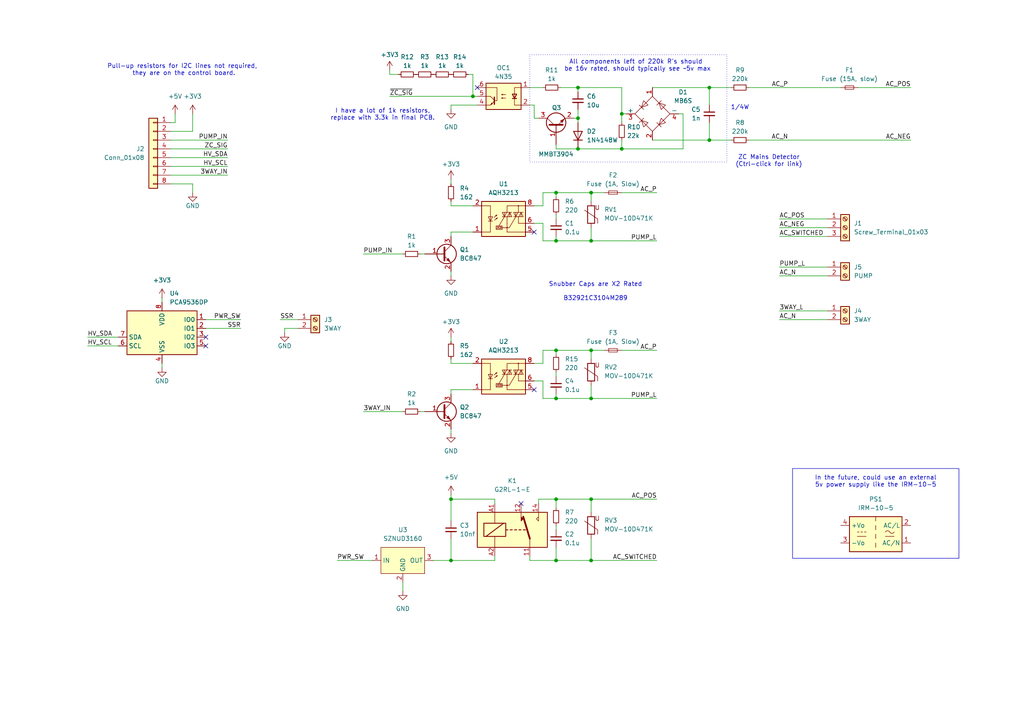
<source format=kicad_sch>
(kicad_sch (version 20231120) (generator "eeschema") (generator_version "8.0")
  (paper "A4")
  (lib_symbols
    (symbol "+3V3_1" (power) (pin_numbers hide) (pin_names (offset 0) hide)
      (property "Value" "+3V3" (at 0 3.556 0))
      (symbol "+3V3_1_0_1"
        (polyline (pts (xy -0.762 1.27) (xy 0 2.54)))
        (polyline (pts (xy 0 0) (xy 0 2.54)))
        (polyline (pts (xy 0 2.54) (xy 0.762 1.27)))
      )
      (symbol "+3V3_1_1_1"
        (pin power_in line (at 0 0 90) (length 0) (name "~") (number "1"))
      )
    )
    (symbol "Connector:Screw_Terminal_01x02" (pin_names (offset 1.016) hide)
      (property "Reference" "J" (at 0 2.54 0))
      (property "Value" "Screw_Terminal_01x02" (at 0 -5.08 0))
      (symbol "Screw_Terminal_01x02_1_1"
        (rectangle (start -1.27 1.27) (end 1.27 -3.81) (stroke (width 0.254)) (fill (type background)))
        (circle (center 0 -2.54) (radius 0.635) (stroke (width 0.1524)))
        (polyline (pts (xy -0.5334 -2.2098) (xy 0.3302 -3.048)) (stroke (width 0.1524)))
        (polyline (pts (xy -0.5334 0.3302) (xy 0.3302 -0.508)) (stroke (width 0.1524)))
        (polyline (pts (xy -0.3556 -2.032) (xy 0.508 -2.8702)) (stroke (width 0.1524)))
        (polyline (pts (xy -0.3556 0.508) (xy 0.508 -0.3302)) (stroke (width 0.1524)))
        (circle (center 0 0) (radius 0.635) (stroke (width 0.1524)))
        (pin passive line (at -5.08 0 0) (length 3.81) (name "Pin_1") (number "1"))
        (pin passive line (at -5.08 -2.54 0) (length 3.81) (name "Pin_2") (number "2"))
      )
    )
    (symbol "Connector:Screw_Terminal_01x03" (pin_names (offset 1.016) hide)
      (property "Reference" "J" (at 0 5.08 0))
      (property "Value" "Screw_Terminal_01x03" (at 0 -5.08 0))
      (symbol "Screw_Terminal_01x03_1_1"
        (rectangle (start -1.27 3.81) (end 1.27 -3.81) (stroke (width 0.254)) (fill (type background)))
        (circle (center 0 -2.54) (radius 0.635) (stroke (width 0.1524)))
        (polyline (pts (xy -0.5334 -2.2098) (xy 0.3302 -3.048)) (stroke (width 0.1524)))
        (polyline (pts (xy -0.5334 0.3302) (xy 0.3302 -0.508)) (stroke (width 0.1524)))
        (polyline (pts (xy -0.5334 2.8702) (xy 0.3302 2.032)) (stroke (width 0.1524)))
        (polyline (pts (xy -0.3556 -2.032) (xy 0.508 -2.8702)) (stroke (width 0.1524)))
        (polyline (pts (xy -0.3556 0.508) (xy 0.508 -0.3302)) (stroke (width 0.1524)))
        (polyline (pts (xy -0.3556 3.048) (xy 0.508 2.2098)) (stroke (width 0.1524)))
        (circle (center 0 0) (radius 0.635) (stroke (width 0.1524)))
        (circle (center 0 2.54) (radius 0.635) (stroke (width 0.1524)))
        (pin passive line (at -5.08 2.54 0) (length 3.81) (name "Pin_1") (number "1"))
        (pin passive line (at -5.08 0 0) (length 3.81) (name "Pin_2") (number "2"))
        (pin passive line (at -5.08 -2.54 0) (length 3.81) (name "Pin_3") (number "3"))
      )
    )
    (symbol "Connector_Generic:Conn_01x08" (pin_names (offset 1.016) hide)
      (property "Reference" "J" (at 0 10.16 0))
      (property "Value" "Conn_01x08" (at 0 -12.7 0))
      (symbol "Conn_01x08_1_1"
        (rectangle (start -1.27 -10.033) (end 0 -10.287) (stroke (width 0.1524)))
        (rectangle (start -1.27 -7.493) (end 0 -7.747) (stroke (width 0.1524)))
        (rectangle (start -1.27 -4.953) (end 0 -5.207) (stroke (width 0.1524)))
        (rectangle (start -1.27 -2.413) (end 0 -2.667) (stroke (width 0.1524)))
        (rectangle (start -1.27 0.127) (end 0 -0.127) (stroke (width 0.1524)))
        (rectangle (start -1.27 2.667) (end 0 2.413) (stroke (width 0.1524)))
        (rectangle (start -1.27 5.207) (end 0 4.953) (stroke (width 0.1524)))
        (rectangle (start -1.27 7.747) (end 0 7.493) (stroke (width 0.1524)))
        (rectangle (start -1.27 8.89) (end 1.27 -11.43) (stroke (width 0.254)) (fill (type background)))
        (pin passive line (at -5.08 7.62 0) (length 3.81) (name "Pin_1") (number "1"))
        (pin passive line (at -5.08 5.08 0) (length 3.81) (name "Pin_2") (number "2"))
        (pin passive line (at -5.08 2.54 0) (length 3.81) (name "Pin_3") (number "3"))
        (pin passive line (at -5.08 0 0) (length 3.81) (name "Pin_4") (number "4"))
        (pin passive line (at -5.08 -2.54 0) (length 3.81) (name "Pin_5") (number "5"))
        (pin passive line (at -5.08 -5.08 0) (length 3.81) (name "Pin_6") (number "6"))
        (pin passive line (at -5.08 -7.62 0) (length 3.81) (name "Pin_7") (number "7"))
        (pin passive line (at -5.08 -10.16 0) (length 3.81) (name "Pin_8") (number "8"))
      )
    )
    (symbol "Converter_ACDC:IRM-10-5"
      (property "Reference" "PS" (at 0 6.35 0))
      (property "Value" "IRM-10-5" (at 0 -6.35 0))
      (symbol "IRM-10-5_0_1"
        (rectangle (start -7.62 5.08) (end 7.62 -5.08) (stroke (width 0.254)) (fill (type background)))
        (arc (start -5.334 0.635) (mid -4.699 0.2495) (end -4.064 0.635))
        (arc (start -2.794 0.635) (mid -3.429 1.0072) (end -4.064 0.635))
        (polyline (pts (xy -5.334 -0.635) (xy -2.794 -0.635)))
        (polyline (pts (xy 0 -2.54) (xy 0 -3.81)))
        (polyline (pts (xy 0 0) (xy 0 -1.27)))
        (polyline (pts (xy 0 2.54) (xy 0 1.27)))
        (polyline (pts (xy 0 5.08) (xy 0 3.81)))
        (polyline (pts (xy 2.794 -0.635) (xy 5.334 -0.635)))
        (polyline (pts (xy 2.794 0.635) (xy 3.302 0.635)))
        (polyline (pts (xy 3.81 0.635) (xy 4.318 0.635)))
        (polyline (pts (xy 4.826 0.635) (xy 5.334 0.635)))
      )
      (symbol "IRM-10-5_1_1"
        (pin power_in line (at -10.16 -2.54 0) (length 2.54) (name "AC/N") (number "1"))
        (pin power_in line (at -10.16 2.54 0) (length 2.54) (name "AC/L") (number "2"))
        (pin power_out line (at 10.16 -2.54 180) (length 2.54) (name "-Vo") (number "3"))
        (pin power_out line (at 10.16 2.54 180) (length 2.54) (name "+Vo") (number "4"))
      )
    )
    (symbol "Device:C_Small" (pin_numbers hide) (pin_names (offset 0.254) hide)
      (property "Reference" "C" (at 0.254 1.778 0))
      (property "Value" "C_Small" (at 0.254 -2.032 0))
      (symbol "C_Small_0_1"
        (polyline (pts (xy -1.524 -0.508) (xy 1.524 -0.508)) (stroke (width 0.3302)))
        (polyline (pts (xy -1.524 0.508) (xy 1.524 0.508)) (stroke (width 0.3048)))
      )
      (symbol "C_Small_1_1"
        (pin passive line (at 0 2.54 270) (length 2.032) (name "~") (number "1"))
        (pin passive line (at 0 -2.54 90) (length 2.032) (name "~") (number "2"))
      )
    )
    (symbol "Device:Fuse_Small" (pin_numbers hide) (pin_names (offset 0.254) hide)
      (property "Reference" "F" (at 0 -1.524 0))
      (property "Value" "Fuse_Small" (at 0 1.524 0))
      (symbol "Fuse_Small_0_1"
        (rectangle (start -1.27 0.508) (end 1.27 -0.508))
        (polyline (pts (xy -1.27 0) (xy 1.27 0)))
      )
      (symbol "Fuse_Small_1_1"
        (pin passive line (at -2.54 0 0) (length 1.27) (name "~") (number "1"))
        (pin passive line (at 2.54 0 180) (length 1.27) (name "~") (number "2"))
      )
    )
    (symbol "Device:R_Small" (pin_numbers hide) (pin_names (offset 0.254) hide)
      (property "Reference" "R" (at 0.762 0.508 0))
      (property "Value" "R_Small" (at 0.762 -1.016 0))
      (symbol "R_Small_0_1"
        (rectangle (start -0.762 1.778) (end 0.762 -1.778) (stroke (width 0.2032)))
      )
      (symbol "R_Small_1_1"
        (pin passive line (at 0 2.54 270) (length 0.762) (name "~") (number "1"))
        (pin passive line (at 0 -2.54 90) (length 0.762) (name "~") (number "2"))
      )
    )
    (symbol "Device:Varistor" (pin_numbers hide) (pin_names (offset 0))
      (property "Reference" "RV" (at 3.175 0 90))
      (property "Value" "Varistor" (at -3.175 0 90))
      (symbol "Varistor_0_0"
        (text "U" (at -1.778 -2.032 0) (effects (font (size 1.27 1.27))))
      )
      (symbol "Varistor_0_1"
        (rectangle (start -1.016 -2.54) (end 1.016 2.54) (stroke (width 0.254)))
        (polyline (pts (xy -1.905 2.54) (xy -1.905 1.27) (xy 1.905 -1.27)))
      )
      (symbol "Varistor_1_1"
        (pin passive line (at 0 3.81 270) (length 1.27) (name "~") (number "1"))
        (pin passive line (at 0 -3.81 90) (length 1.27) (name "~") (number "2"))
      )
    )
    (symbol "Diode:1N4148W" (pin_numbers hide) (pin_names hide)
      (property "Reference" "D" (at 0 2.54 0))
      (property "Value" "1N4148W" (at 0 -2.54 0))
      (symbol "1N4148W_0_1"
        (polyline (pts (xy -1.27 1.27) (xy -1.27 -1.27)) (stroke (width 0.254)))
        (polyline (pts (xy 1.27 0) (xy -1.27 0)))
        (polyline (pts (xy 1.27 1.27) (xy 1.27 -1.27) (xy -1.27 0) (xy 1.27 1.27)) (stroke (width 0.254)))
      )
      (symbol "1N4148W_1_1"
        (pin passive line (at -3.81 0 0) (length 2.54) (name "K") (number "1"))
        (pin passive line (at 3.81 0 180) (length 2.54) (name "A") (number "2"))
      )
    )
    (symbol "Diode_Bridge:MB6S" (pin_names (offset 0))
      (property "Reference" "D" (at 2.54 6.985 0))
      (property "Value" "MB6S" (at 2.54 5.08 0))
      (symbol "MB6S_0_1"
        (polyline (pts (xy -2.54 3.81) (xy -1.27 2.54)))
        (polyline (pts (xy -1.27 -2.54) (xy -2.54 -3.81)))
        (polyline (pts (xy 2.54 -1.27) (xy 3.81 -2.54)))
        (polyline (pts (xy 2.54 1.27) (xy 3.81 2.54)))
        (polyline (pts (xy -3.81 2.54) (xy -2.54 1.27) (xy -1.905 3.175) (xy -3.81 2.54)))
        (polyline (pts (xy -2.54 -1.27) (xy -3.81 -2.54) (xy -1.905 -3.175) (xy -2.54 -1.27)))
        (polyline (pts (xy 1.27 2.54) (xy 2.54 3.81) (xy 3.175 1.905) (xy 1.27 2.54)))
        (polyline (pts (xy 3.175 -1.905) (xy 1.27 -2.54) (xy 2.54 -3.81) (xy 3.175 -1.905)))
        (polyline (pts (xy -5.08 0) (xy 0 -5.08) (xy 5.08 0) (xy 0 5.08) (xy -5.08 0)))
      )
      (symbol "MB6S_1_1"
        (pin passive line (at 0 -7.62 90) (length 2.54) (name "~") (number "1"))
        (pin passive line (at 0 7.62 270) (length 2.54) (name "~") (number "2"))
        (pin passive line (at 7.62 0 180) (length 2.54) (name "+") (number "3"))
        (pin passive line (at -7.62 0 0) (length 2.54) (name "-") (number "4"))
      )
    )
    (symbol "Interface_Expansion:PCA9536DP"
      (property "Reference" "U" (at -8.89 6.35 0))
      (property "Value" "PCA9536DP" (at 6.35 6.35 0))
      (symbol "PCA9536DP_0_1"
        (rectangle (start -10.16 5.08) (end 10.16 -7.62) (stroke (width 0.254)) (fill (type background)))
      )
      (symbol "PCA9536DP_1_1"
        (pin bidirectional line (at 12.7 2.54 180) (length 2.54) (name "IO0") (number "1"))
        (pin bidirectional line (at 12.7 0 180) (length 2.54) (name "IO1") (number "2"))
        (pin bidirectional line (at 12.7 -2.54 180) (length 2.54) (name "IO2") (number "3"))
        (pin power_in line (at 0 -10.16 90) (length 2.54) (name "VSS") (number "4"))
        (pin bidirectional line (at 12.7 -5.08 180) (length 2.54) (name "IO3") (number "5"))
        (pin input line (at -12.7 -5.08 0) (length 2.54) (name "SCL") (number "6"))
        (pin bidirectional line (at -12.7 -2.54 0) (length 2.54) (name "SDA") (number "7"))
        (pin power_in line (at 0 7.62 270) (length 2.54) (name "VDD") (number "8"))
      )
    )
    (symbol "Isolator:4N35" (pin_names (offset 1.016))
      (property "Reference" "U" (at -5.08 5.08 0))
      (property "Value" "4N35" (at 0 5.08 0))
      (symbol "4N35_0_1"
        (rectangle (start -5.08 3.81) (end 5.08 -3.81) (stroke (width 0.254)) (fill (type background)))
        (polyline (pts (xy -3.81 -0.635) (xy -2.54 -0.635)) (stroke (width 0.254)))
        (polyline (pts (xy 2.667 -1.397) (xy 3.81 -2.54)))
        (polyline (pts (xy 2.667 -1.143) (xy 3.81 0)))
        (polyline (pts (xy 3.81 -2.54) (xy 5.08 -2.54)))
        (polyline (pts (xy 3.81 0) (xy 5.08 0)))
        (polyline (pts (xy 2.667 -0.254) (xy 2.667 -2.286) (xy 2.667 -2.286)) (stroke (width 0.3556)))
        (polyline (pts (xy -5.08 -2.54) (xy -3.175 -2.54) (xy -3.175 2.54) (xy -5.08 2.54)))
        (polyline (pts (xy -3.175 -0.635) (xy -3.81 0.635) (xy -2.54 0.635) (xy -3.175 -0.635)) (stroke (width 0.254)))
        (polyline (pts (xy 3.683 -2.413) (xy 3.429 -1.905) (xy 3.175 -2.159) (xy 3.683 -2.413)))
        (polyline (pts (xy 5.08 2.54) (xy 1.905 2.54) (xy 1.905 -1.27) (xy 2.54 -1.27)))
        (polyline (pts (xy -0.635 -0.508) (xy 0.635 -0.508) (xy 0.254 -0.635) (xy 0.254 -0.381) (xy 0.635 -0.508)))
        (polyline (pts (xy -0.635 0.508) (xy 0.635 0.508) (xy 0.254 0.381) (xy 0.254 0.635) (xy 0.635 0.508)))
      )
      (symbol "4N35_1_1"
        (pin passive line (at -7.62 2.54 0) (length 2.54) (name "~") (number "1"))
        (pin passive line (at -7.62 -2.54 0) (length 2.54) (name "~") (number "2"))
        (pin no_connect line (at -5.08 0 0) (length 2.54) hide (name "NC") (number "3"))
        (pin passive line (at 7.62 -2.54 180) (length 2.54) (name "~") (number "4"))
        (pin passive line (at 7.62 0 180) (length 2.54) (name "~") (number "5"))
        (pin passive line (at 7.62 2.54 180) (length 2.54) (name "~") (number "6"))
      )
    )
    (symbol "Project_Library:SZNUD3160"
      (property "Reference" "U" (at -5.842 6.096 0))
      (property "Value" "SZNUD3160" (at 6.096 6.096 0))
      (symbol "SZNUD3160_1_1"
        (rectangle (start -6.35 5.08) (end 6.35 -2.54) (fill (type background)))
        (pin input line (at -8.89 1.27 0) (length 2.54) (name "IN") (number "1"))
        (pin power_in line (at 0 -5.08 90) (length 2.54) (name "GND") (number "2"))
        (pin output line (at 8.89 1.27 180) (length 2.54) (name "OUT") (number "3"))
      )
    )
    (symbol "Relay:G2RL-1-E"
      (property "Reference" "K" (at 11.43 3.81 0))
      (property "Value" "G2RL-1-E" (at 11.43 1.27 0))
      (symbol "G2RL-1-E_0_0"
        (polyline (pts (xy 7.62 5.08) (xy 7.62 2.54) (xy 6.985 3.175) (xy 7.62 3.81)))
      )
      (symbol "G2RL-1-E_0_1"
        (rectangle (start -10.16 5.08) (end 10.16 -5.08) (stroke (width 0.254)) (fill (type background)))
        (rectangle (start -8.255 1.905) (end -1.905 -1.905) (stroke (width 0.254)))
        (polyline (pts (xy -7.62 -1.905) (xy -2.54 1.905)) (stroke (width 0.254)))
        (polyline (pts (xy -5.08 -5.08) (xy -5.08 -1.905)))
        (polyline (pts (xy -5.08 5.08) (xy -5.08 1.905)))
        (polyline (pts (xy -1.905 0) (xy -1.27 0)) (stroke (width 0.254)))
        (polyline (pts (xy -0.635 0) (xy 0 0)) (stroke (width 0.254)))
        (polyline (pts (xy 0.635 0) (xy 1.27 0)) (stroke (width 0.254)))
        (polyline (pts (xy 1.905 0) (xy 2.54 0)) (stroke (width 0.254)))
        (polyline (pts (xy 3.175 0) (xy 3.81 0)) (stroke (width 0.254)))
        (polyline (pts (xy 5.08 -2.54) (xy 3.175 3.81)) (stroke (width 0.508)))
        (polyline (pts (xy 5.08 -2.54) (xy 5.08 -5.08)))
        (polyline (pts (xy 2.54 5.08) (xy 2.54 2.54) (xy 3.175 3.175) (xy 2.54 3.81)) (fill (type outline)))
      )
      (symbol "G2RL-1-E_1_1"
        (pin passive line (at 5.08 -7.62 90) (length 2.54) (name "~") (number "11"))
        (pin passive line (at 2.54 7.62 270) (length 2.54) (name "~") (number "12"))
        (pin passive line (at 7.62 7.62 270) (length 2.54) (name "~") (number "14"))
        (pin passive line (at -5.08 7.62 270) (length 2.54) (name "~") (number "A1"))
        (pin passive line (at -5.08 -7.62 90) (length 2.54) (name "~") (number "A2"))
      )
    )
    (symbol "Relay_SolidState:AQH3213"
      (property "Reference" "U" (at -7.62 5.08 0))
      (property "Value" "AQH3213" (at -2.54 5.08 0))
      (symbol "AQH3213_0_0"
        (rectangle (start -3.429 -3.302) (end -1.651 -4.318))
        (text "ZCD" (at -2.54 -3.81 0) (effects (font (size 0.508 0.508))))
      )
      (symbol "AQH3213_0_1"
        (rectangle (start -7.62 3.81) (end 5.08 -6.35) (stroke (width 0.254)) (fill (type background)))
        (polyline (pts (xy -5.715 -1.905) (xy -4.445 -1.905)))
        (polyline (pts (xy -5.08 -5.08) (xy -7.62 -5.08)))
        (polyline (pts (xy -5.08 -1.905) (xy -5.08 -5.08)))
        (polyline (pts (xy -5.08 -0.635) (xy -5.08 -1.905)))
        (polyline (pts (xy -5.08 -0.635) (xy -5.08 2.54)))
        (polyline (pts (xy -5.08 2.54) (xy -7.493 2.54)))
        (polyline (pts (xy -3.2512 -1.1176) (xy -3.8862 -1.651)))
        (polyline (pts (xy -1.651 -3.81) (xy -0.254 -3.81)))
        (polyline (pts (xy -1.016 -0.635) (xy -2.6162 -3.302)))
        (polyline (pts (xy -1.016 -0.635) (xy -1.016 0.635)))
        (polyline (pts (xy -0.254 -3.81) (xy 0.381 -3.81)))
        (polyline (pts (xy -0.254 -2.54) (xy -0.254 -5.08)))
        (polyline (pts (xy -0.254 -2.54) (xy -0.254 -0.635)))
        (polyline (pts (xy 0.381 -3.81) (xy 2.286 -0.635)))
        (polyline (pts (xy 0.508 0.635) (xy 0.508 -0.635)))
        (polyline (pts (xy 3.048 -2.54) (xy 5.08 -2.54)))
        (polyline (pts (xy 3.048 -0.635) (xy 3.048 -2.54)))
        (polyline (pts (xy 3.048 2.54) (xy 3.048 0.635)))
        (polyline (pts (xy 5.08 -5.08) (xy -0.254 -5.08)))
        (polyline (pts (xy 5.08 2.54) (xy 3.048 2.54)))
        (polyline (pts (xy 3.048 2.54) (xy -0.254 2.54) (xy -0.254 0.635)))
        (polyline (pts (xy -5.08 -1.905) (xy -5.715 -0.635) (xy -4.445 -0.635) (xy -5.08 -1.905)))
        (polyline (pts (xy -3.429 -1.0922) (xy -3.2512 -1.27) (xy -3.0226 -0.9398) (xy -3.429 -1.0922)))
        (polyline (pts (xy -1.651 -0.635) (xy 1.143 -0.635) (xy 0.508 0.635) (xy -0.127 -0.635)))
        (polyline (pts (xy 1.143 0.635) (xy -1.651 0.635) (xy -1.016 -0.635) (xy -0.381 0.635)))
      )
      (symbol "AQH3213_1_1"
        (circle (center -0.254 -3.81) (radius 0.127))
        (polyline (pts (xy -3.3782 -0.2794) (xy -4.0132 -0.8128)))
        (polyline (pts (xy 2.286 -0.635) (xy 2.286 0.635)))
        (polyline (pts (xy 3.81 0.635) (xy 3.81 -0.635)))
        (polyline (pts (xy -3.556 -0.254) (xy -3.3782 -0.4318) (xy -3.1496 -0.1016) (xy -3.556 -0.254)))
        (polyline (pts (xy 1.651 -0.635) (xy 4.445 -0.635) (xy 3.81 0.635) (xy 3.175 -0.635)))
        (polyline (pts (xy 4.445 0.635) (xy 1.651 0.635) (xy 2.286 -0.635) (xy 2.921 0.635)))
        (circle (center 3.048 2.54) (radius 0.127))
        (pin passive line (at -10.16 -5.08 0) (length 2.54) (name "~") (number "1"))
        (pin passive line (at -10.16 2.54 0) (length 2.54) (name "~") (number "2"))
        (pin passive line (at -10.16 -5.08 0) (length 2.54) hide (name "~") (number "3"))
        (pin passive line (at -10.16 -5.08 0) (length 2.54) hide (name "~") (number "4"))
        (pin passive line (at 7.62 -5.08 180) (length 2.54) (name "~") (number "5"))
        (pin passive line (at 7.62 -2.54 180) (length 2.54) (name "~") (number "6"))
        (pin passive line (at 7.62 2.54 180) (length 2.54) (name "~") (number "8"))
      )
    )
    (symbol "Transistor_BJT:BC847" (pin_names (offset 0) hide)
      (property "Reference" "Q" (at 5.08 1.905 0))
      (property "Value" "BC847" (at 5.08 0 0))
      (symbol "BC847_0_1"
        (polyline (pts (xy 0.635 0.635) (xy 2.54 2.54)))
        (polyline (pts (xy 0.635 -0.635) (xy 2.54 -2.54) (xy 2.54 -2.54)))
        (polyline (pts (xy 0.635 1.905) (xy 0.635 -1.905) (xy 0.635 -1.905)) (stroke (width 0.508)))
        (polyline (pts (xy 1.27 -1.778) (xy 1.778 -1.27) (xy 2.286 -2.286) (xy 1.27 -1.778) (xy 1.27 -1.778)) (fill (type outline)))
        (circle (center 1.27 0) (radius 2.8194) (stroke (width 0.254)))
      )
      (symbol "BC847_1_1"
        (pin input line (at -5.08 0 0) (length 5.715) (name "B") (number "1"))
        (pin passive line (at 2.54 -5.08 90) (length 2.54) (name "E") (number "2"))
        (pin passive line (at 2.54 5.08 270) (length 2.54) (name "C") (number "3"))
      )
    )
    (symbol "Transistor_BJT:MMBT3904" (pin_names (offset 0) hide)
      (property "Reference" "Q" (at 5.08 1.905 0))
      (property "Value" "MMBT3904" (at 5.08 0 0))
      (symbol "MMBT3904_0_1"
        (polyline (pts (xy 0.635 0.635) (xy 2.54 2.54)))
        (polyline (pts (xy 0.635 -0.635) (xy 2.54 -2.54) (xy 2.54 -2.54)))
        (polyline (pts (xy 0.635 1.905) (xy 0.635 -1.905) (xy 0.635 -1.905)) (stroke (width 0.508)))
        (polyline (pts (xy 1.27 -1.778) (xy 1.778 -1.27) (xy 2.286 -2.286) (xy 1.27 -1.778) (xy 1.27 -1.778)) (fill (type outline)))
        (circle (center 1.27 0) (radius 2.8194) (stroke (width 0.254)))
      )
      (symbol "MMBT3904_1_1"
        (pin input line (at -5.08 0 0) (length 5.715) (name "B") (number "1"))
        (pin passive line (at 2.54 -5.08 90) (length 2.54) (name "E") (number "2"))
        (pin passive line (at 2.54 5.08 270) (length 2.54) (name "C") (number "3"))
      )
    )
    (symbol "power:+3V3" (power) (pin_names (offset 0))
      (property "Value" "+3V3" (at 0 3.556 0))
      (symbol "+3V3_0_1"
        (polyline (pts (xy -0.762 1.27) (xy 0 2.54)))
        (polyline (pts (xy 0 0) (xy 0 2.54)))
        (polyline (pts (xy 0 2.54) (xy 0.762 1.27)))
      )
      (symbol "+3V3_1_1"
        (pin power_in line (at 0 0 90) (length 0) hide (name "+3V3") (number "1"))
      )
    )
    (symbol "power:+5V" (power) (pin_numbers hide) (pin_names (offset 0) hide)
      (property "Value" "+5V" (at 0 3.556 0))
      (symbol "+5V_0_1"
        (polyline (pts (xy -0.762 1.27) (xy 0 2.54)))
        (polyline (pts (xy 0 0) (xy 0 2.54)))
        (polyline (pts (xy 0 2.54) (xy 0.762 1.27)))
      )
      (symbol "+5V_1_1"
        (pin power_in line (at 0 0 90) (length 0) (name "~") (number "1"))
      )
    )
    (symbol "power:GND" (power) (pin_names (offset 0))
      (property "Value" "GND" (at 0 -3.81 0))
      (symbol "GND_0_1"
        (polyline (pts (xy 0 0) (xy 0 -1.27) (xy 1.27 -1.27) (xy 0 -2.54) (xy -1.27 -1.27) (xy 0 -1.27)))
      )
      (symbol "GND_1_1"
        (pin power_in line (at 0 0 270) (length 0) hide (name "GND") (number "1"))
      )
    )
  )
  (junction (at 167.64 34.29))
  (junction (at 161.29 115.57))
  (junction (at 171.45 69.85))
  (junction (at 137.16 27.94))
  (junction (at 205.74 40.64))
  (junction (at 161.29 101.6))
  (junction (at 205.74 25.4))
  (junction (at 171.45 162.56))
  (junction (at 167.64 25.4))
  (junction (at 171.45 144.78))
  (junction (at 161.29 55.88))
  (junction (at 171.45 101.6))
  (junction (at 171.45 55.88))
  (junction (at 130.81 162.56))
  (junction (at 180.34 33.02))
  (junction (at 180.34 43.18))
  (junction (at 161.29 144.78))
  (junction (at 167.64 43.18))
  (junction (at 161.29 162.56))
  (junction (at 161.29 69.85))
  (junction (at 130.81 144.78))
  (junction (at 171.45 115.57))
  (no_connect (at 154.94 113.03))
  (no_connect (at 151.13 146.05))
  (no_connect (at 138.43 25.4))
  (no_connect (at 59.69 100.33))
  (no_connect (at 59.69 97.79))
  (no_connect (at 154.94 67.31))
  (wire (pts (xy 161.29 115.57) (xy 171.45 115.57)))
  (wire (pts (xy 25.4 97.79) (xy 34.29 97.79)))
  (wire (pts (xy 161.29 101.6) (xy 161.29 102.87)))
  (wire (pts (xy 113.03 21.59) (xy 115.57 21.59)))
  (wire (pts (xy 198.12 43.18) (xy 198.12 33.02)))
  (wire (pts (xy 171.45 55.88) (xy 171.45 58.42)))
  (wire (pts (xy 130.81 68.58) (xy 130.81 67.31)))
  (wire (pts (xy 82.55 95.25) (xy 82.55 96.52)))
  (wire (pts (xy 49.53 45.72) (xy 66.04 45.72)))
  (wire (pts (xy 130.81 156.21) (xy 130.81 162.56)))
  (wire (pts (xy 205.74 35.56) (xy 205.74 40.64)))
  (wire (pts (xy 59.69 95.25) (xy 69.85 95.25)))
  (wire (pts (xy 25.4 100.33) (xy 34.29 100.33)))
  (wire (pts (xy 180.34 40.64) (xy 180.34 43.18)))
  (wire (pts (xy 86.36 95.25) (xy 82.55 95.25)))
  (wire (pts (xy 171.45 162.56) (xy 190.5 162.56)))
  (wire (pts (xy 226.06 66.04) (xy 240.03 66.04)))
  (wire (pts (xy 105.41 119.38) (xy 116.84 119.38)))
  (wire (pts (xy 49.53 43.18) (xy 66.04 43.18)))
  (wire (pts (xy 171.45 156.21) (xy 171.45 162.56)))
  (wire (pts (xy 116.84 168.91) (xy 116.84 171.45)))
  (wire (pts (xy 130.81 144.78) (xy 143.51 144.78)))
  (wire (pts (xy 113.03 20.32) (xy 113.03 21.59)))
  (wire (pts (xy 123.19 73.66) (xy 121.92 73.66)))
  (wire (pts (xy 50.8 35.56) (xy 49.53 35.56)))
  (wire (pts (xy 130.81 80.01) (xy 130.81 78.74)))
  (wire (pts (xy 180.34 55.88) (xy 190.5 55.88)))
  (wire (pts (xy 123.19 119.38) (xy 121.92 119.38)))
  (wire (pts (xy 171.45 111.76) (xy 171.45 115.57)))
  (wire (pts (xy 161.29 152.4) (xy 161.29 153.67)))
  (wire (pts (xy 143.51 161.29) (xy 143.51 162.56)))
  (wire (pts (xy 161.29 69.85) (xy 161.29 68.58)))
  (wire (pts (xy 55.88 38.1) (xy 49.53 38.1)))
  (wire (pts (xy 125.73 162.56) (xy 130.81 162.56)))
  (wire (pts (xy 156.21 144.78) (xy 161.29 144.78)))
  (wire (pts (xy 49.53 50.8) (xy 66.04 50.8)))
  (wire (pts (xy 171.45 101.6) (xy 171.45 104.14)))
  (wire (pts (xy 161.29 107.95) (xy 161.29 109.22)))
  (wire (pts (xy 167.64 25.4) (xy 167.64 26.67)))
  (wire (pts (xy 226.06 92.71) (xy 240.03 92.71)))
  (wire (pts (xy 157.48 101.6) (xy 161.29 101.6)))
  (wire (pts (xy 180.34 25.4) (xy 167.64 25.4)))
  (wire (pts (xy 49.53 40.64) (xy 66.04 40.64)))
  (wire (pts (xy 226.06 80.01) (xy 240.03 80.01)))
  (wire (pts (xy 161.29 62.23) (xy 161.29 63.5)))
  (wire (pts (xy 217.17 40.64) (xy 264.16 40.64)))
  (wire (pts (xy 226.06 90.17) (xy 240.03 90.17)))
  (wire (pts (xy 161.29 43.18) (xy 167.64 43.18)))
  (wire (pts (xy 130.81 53.34) (xy 130.81 52.07)))
  (wire (pts (xy 171.45 55.88) (xy 175.26 55.88)))
  (wire (pts (xy 161.29 162.56) (xy 171.45 162.56)))
  (wire (pts (xy 180.34 101.6) (xy 190.5 101.6)))
  (wire (pts (xy 171.45 115.57) (xy 190.5 115.57)))
  (wire (pts (xy 55.88 33.02) (xy 55.88 38.1)))
  (wire (pts (xy 161.29 144.78) (xy 161.29 147.32)))
  (wire (pts (xy 189.23 40.64) (xy 205.74 40.64)))
  (wire (pts (xy 156.21 144.78) (xy 156.21 146.05)))
  (wire (pts (xy 46.99 105.41) (xy 46.99 106.68)))
  (wire (pts (xy 161.29 69.85) (xy 171.45 69.85)))
  (wire (pts (xy 59.69 92.71) (xy 69.85 92.71)))
  (wire (pts (xy 161.29 158.75) (xy 161.29 162.56)))
  (wire (pts (xy 143.51 144.78) (xy 143.51 146.05)))
  (wire (pts (xy 205.74 25.4) (xy 205.74 30.48)))
  (wire (pts (xy 55.88 53.34) (xy 49.53 53.34)))
  (wire (pts (xy 130.81 162.56) (xy 143.51 162.56)))
  (wire (pts (xy 130.81 144.78) (xy 130.81 151.13)))
  (wire (pts (xy 130.81 58.42) (xy 130.81 59.69)))
  (wire (pts (xy 130.81 67.31) (xy 137.16 67.31)))
  (wire (pts (xy 212.09 40.64) (xy 205.74 40.64)))
  (wire (pts (xy 157.48 101.6) (xy 157.48 105.41)))
  (wire (pts (xy 157.48 64.77) (xy 157.48 69.85)))
  (wire (pts (xy 171.45 144.78) (xy 171.45 148.59)))
  (wire (pts (xy 212.09 25.4) (xy 205.74 25.4)))
  (wire (pts (xy 157.48 25.4) (xy 153.67 25.4)))
  (wire (pts (xy 157.48 69.85) (xy 161.29 69.85)))
  (wire (pts (xy 137.16 21.59) (xy 135.89 21.59)))
  (wire (pts (xy 154.94 30.48) (xy 153.67 30.48)))
  (wire (pts (xy 264.16 25.4) (xy 248.92 25.4)))
  (wire (pts (xy 217.17 25.4) (xy 243.84 25.4)))
  (wire (pts (xy 161.29 101.6) (xy 171.45 101.6)))
  (wire (pts (xy 167.64 35.56) (xy 167.64 34.29)))
  (wire (pts (xy 161.29 55.88) (xy 161.29 57.15)))
  (wire (pts (xy 180.34 25.4) (xy 180.34 33.02)))
  (wire (pts (xy 171.45 101.6) (xy 175.26 101.6)))
  (wire (pts (xy 55.88 55.88) (xy 55.88 53.34)))
  (wire (pts (xy 130.81 143.51) (xy 130.81 144.78)))
  (wire (pts (xy 157.48 110.49) (xy 157.48 115.57)))
  (wire (pts (xy 46.99 86.36) (xy 46.99 87.63)))
  (wire (pts (xy 198.12 33.02) (xy 196.85 33.02)))
  (wire (pts (xy 226.06 68.58) (xy 240.03 68.58)))
  (wire (pts (xy 50.8 33.02) (xy 50.8 35.56)))
  (wire (pts (xy 157.48 115.57) (xy 161.29 115.57)))
  (wire (pts (xy 113.03 27.94) (xy 137.16 27.94)))
  (wire (pts (xy 138.43 30.48) (xy 130.81 30.48)))
  (wire (pts (xy 154.94 110.49) (xy 157.48 110.49)))
  (wire (pts (xy 161.29 115.57) (xy 161.29 114.3)))
  (wire (pts (xy 157.48 55.88) (xy 157.48 59.69)))
  (wire (pts (xy 130.81 59.69) (xy 137.16 59.69)))
  (wire (pts (xy 105.41 73.66) (xy 116.84 73.66)))
  (wire (pts (xy 137.16 21.59) (xy 137.16 27.94)))
  (wire (pts (xy 97.79 162.56) (xy 107.95 162.56)))
  (wire (pts (xy 167.64 43.18) (xy 180.34 43.18)))
  (wire (pts (xy 171.45 66.04) (xy 171.45 69.85)))
  (wire (pts (xy 167.64 31.75) (xy 167.64 34.29)))
  (wire (pts (xy 181.61 33.02) (xy 180.34 33.02)))
  (wire (pts (xy 130.81 114.3) (xy 130.81 113.03)))
  (wire (pts (xy 157.48 55.88) (xy 161.29 55.88)))
  (wire (pts (xy 130.81 113.03) (xy 137.16 113.03)))
  (wire (pts (xy 161.29 162.56) (xy 153.67 162.56)))
  (wire (pts (xy 81.28 92.71) (xy 86.36 92.71)))
  (wire (pts (xy 154.94 59.69) (xy 157.48 59.69)))
  (wire (pts (xy 161.29 55.88) (xy 171.45 55.88)))
  (wire (pts (xy 154.94 34.29) (xy 156.21 34.29)))
  (wire (pts (xy 130.81 99.06) (xy 130.81 97.79)))
  (wire (pts (xy 154.94 30.48) (xy 154.94 34.29)))
  (wire (pts (xy 189.23 25.4) (xy 205.74 25.4)))
  (wire (pts (xy 49.53 48.26) (xy 66.04 48.26)))
  (wire (pts (xy 226.06 77.47) (xy 240.03 77.47)))
  (wire (pts (xy 130.81 125.73) (xy 130.81 124.46)))
  (wire (pts (xy 180.34 35.56) (xy 180.34 33.02)))
  (wire (pts (xy 130.81 30.48) (xy 130.81 31.75)))
  (wire (pts (xy 167.64 34.29) (xy 166.37 34.29)))
  (wire (pts (xy 167.64 25.4) (xy 162.56 25.4)))
  (wire (pts (xy 130.81 105.41) (xy 137.16 105.41)))
  (wire (pts (xy 154.94 64.77) (xy 157.48 64.77)))
  (wire (pts (xy 226.06 63.5) (xy 240.03 63.5)))
  (wire (pts (xy 154.94 105.41) (xy 157.48 105.41)))
  (wire (pts (xy 198.12 43.18) (xy 180.34 43.18)))
  (wire (pts (xy 171.45 144.78) (xy 190.5 144.78)))
  (wire (pts (xy 153.67 162.56) (xy 153.67 161.29)))
  (wire (pts (xy 130.81 104.14) (xy 130.81 105.41)))
  (wire (pts (xy 161.29 41.91) (xy 161.29 43.18)))
  (wire (pts (xy 171.45 69.85) (xy 190.5 69.85)))
  (wire (pts (xy 137.16 27.94) (xy 138.43 27.94)))
  (wire (pts (xy 161.29 144.78) (xy 171.45 144.78)))
  (rectangle (start 153.67 15.875) (end 210.82 46.99) (stroke (width 0) (type dot)))
  (rectangle (start 229.87 135.89) (end 278.13 161.925))
  (text "Pull-up resistors for I2C lines not required, \nthey are on the control board." (at 53.34 20.32 0) (effects (font (size 1.27 1.27))))
  (text "I have a lot of 1k resistors,\nreplace with 3.3k in final PCB." (at 110.998 33.274 0) (effects (font (size 1.27 1.27))))
  (text "ZC Mains Detector\n(Ctrl-click for link)" (at 223.012 46.736 0) (effects (font (size 1.27 1.27))))
  (text "1/4W" (at 214.63 31.242 0) (effects (font (size 1.27 1.27))))
  (text "In the future, could use an external\n5v power supply like the IRM-10-5" (at 254 139.7 0) (effects (font (size 1.27 1.27))))
  (text "All components left of 220k R's should \nbe 16v rated, should typically see ~5v max" (at 184.912 19.05 0) (effects (font (size 1.27 1.27))))
  (text "Snubber Caps are X2 Rated\n\nB32921C3104M289" (at 172.72 84.582 0) (effects (font (size 1.27 1.27))))
  (label "HV_SDA" (at 66.04 45.72 180))
  (label "AC_N" (at 228.6 40.64 180))
  (label "AC_P" (at 190.5 55.88 180))
  (label "PWR_SW" (at 97.79 162.56 0))
  (label "PUMP_L" (at 226.06 77.47 0))
  (label "PUMP_IN" (at 66.04 40.64 180))
  (label "AC_POS" (at 226.06 63.5 0))
  (label "AC_POS" (at 190.5 144.78 180))
  (label "AC_N" (at 226.06 80.01 0))
  (label "AC_P" (at 228.6 25.4 180))
  (label "AC_NEG" (at 226.06 66.04 0))
  (label "HV_SDA" (at 25.4 97.79 0))
  (label "AC_P" (at 190.5 101.6 180))
  (label "~{ZC_SIG}" (at 113.03 27.94 0))
  (label "3WAY_L" (at 226.06 90.17 0))
  (label "SSR" (at 81.28 92.71 0))
  (label "PUMP_IN" (at 105.41 73.66 0))
  (label "AC_SWITCHED" (at 226.06 68.58 0))
  (label "PUMP_L" (at 190.5 115.57 180))
  (label "AC_NEG" (at 264.16 40.64 180))
  (label "PWR_SW" (at 69.85 92.71 180))
  (label "AC_N" (at 226.06 92.71 0))
  (label "HV_SCL" (at 25.4 100.33 0))
  (label "PUMP_L" (at 190.5 69.85 180))
  (label "SSR" (at 69.85 95.25 180))
  (label "AC_POS" (at 264.16 25.4 180))
  (label "ZC_SIG" (at 66.04 43.18 180))
  (label "3WAY_IN" (at 66.04 50.8 180))
  (label "HV_SCL" (at 66.04 48.26 180))
  (label "3WAY_IN" (at 105.41 119.38 0))
  (label "AC_SWITCHED" (at 190.5 162.56 180))
  (symbol (lib_id "Connector:Screw_Terminal_01x02") (at 245.11 90.17 0) (unit 1)
    (property "Reference" "J4" (at 247.65 90.1699 0) (effects (justify left)))
    (property "Value" "3WAY" (at 247.65 92.7099 0) (effects (justify left)))
    (property "Footprint" "TerminalBlock_Phoenix:TerminalBlock_Phoenix_MKDS-1,5-2-5.08_1x02_P5.08mm_Horizontal" (effects (hide yes)))
    (property "Description" "Generic screw terminal, single row, 01x02, script generated (kicad-library-utils/schlib/autogen/connector/)" (effects (hide yes)))
  )
  (symbol (lib_id "Converter_ACDC:IRM-10-5") (at 254 154.94 0) (mirror y) (unit 1) (in_bom no) (on_board no)
    (property "Reference" "PS1" (at 254 144.78 0))
    (property "Value" "IRM-10-5" (at 254 147.32 0))
    (property "Footprint" "Converter_ACDC:Converter_ACDC_MeanWell_IRM-10-xx_THT" (effects (hide yes)))
    (property "Datasheet" "https://www.meanwell.com/Upload/PDF/IRM-10/IRM-10-SPEC.PDF" (effects (hide yes)))
    (property "Description" "5V, 2A, 10W, Isolated, AC-DC, 222A(IRM10)" (effects (hide yes)))
  )
  (symbol (lib_id "power:+3V3") (at 130.81 97.79 0) (unit 1)
    (property "Reference" "#PWR05" (effects (hide yes)))
    (property "Value" "+3V3" (at 130.81 93.345 0))
  )
  (symbol (lib_id "Device:R_Small") (at 118.11 21.59 270) (unit 1)
    (property "Reference" "R12" (at 118.11 16.51 90))
    (property "Value" "1k" (at 118.11 19.05 90))
    (property "Footprint" "Resistor_SMD:R_0402_1005Metric" (effects (hide yes)))
    (property "Description" "Resistor, small symbol" (effects (hide yes)))
  )
  (symbol (lib_id "Device:R_Small") (at 119.38 119.38 90) (unit 1)
    (property "Reference" "R2" (at 119.38 114.3 90))
    (property "Value" "1k" (at 119.38 116.84 90))
    (property "Footprint" "Resistor_SMD:R_0402_1005Metric" (effects (hide yes)))
    (property "Description" "Resistor, small symbol" (effects (hide yes)))
  )
  (symbol (lib_id "Transistor_BJT:MMBT3904") (at 161.29 36.83 90) (unit 1)
    (property "Reference" "Q3" (at 162.814 31.242 90) (effects (justify left)))
    (property "Value" "MMBT3904" (at 166.37 44.704 90) (effects (justify left)))
    (property "Footprint" "Package_TO_SOT_SMD:SOT-23" (effects (hide yes)))
    (property "Datasheet" "https://www.onsemi.com/pdf/datasheet/pzt3904-d.pdf" (effects (hide yes)))
    (property "Description" "0.2A Ic, 40V Vce, Small Signal NPN Transistor, SOT-23" (effects (hide yes)))
  )
  (symbol (lib_id "Device:C_Small") (at 167.64 29.21 0) (unit 1)
    (property "Reference" "C6" (at 170.18 27.94 0) (effects (justify left)))
    (property "Value" "10u" (at 170.18 30.48 0) (effects (justify left)))
    (property "Footprint" "Capacitor_SMD:C_1206_3216Metric" (effects (hide yes)))
    (property "Datasheet" "https://www.digikey.com/en/products/detail/epcos-tdk-electronics/B32653A7104K000/2071208" (effects (hide yes)))
  )
  (symbol (lib_id "Device:Fuse_Small") (at 177.8 101.6 0) (unit 1)
    (property "Reference" "F3" (at 177.8 96.52 0))
    (property "Value" "Fuse (1A, Slow)" (at 177.8 99.06 0))
    (property "Footprint" "Fuse:Fuseholder_Cylinder-5x20mm_Schurter_0031_8201_Horizontal_Open" (effects (hide yes)))
    (property "Datasheet" "https://www.digikey.com/en/products/detail/w%C3%BCrth-elektronik/696108003002/7244560https://www.digikey.com/en/products/detail/w%C3%BCrth-elektronik/696108003002/7244560" (effects (hide yes)))
    (property "Description" "Fuse, small symbol" (effects (hide yes)))
  )
  (symbol (lib_id "Device:R_Small") (at 133.35 21.59 270) (unit 1)
    (property "Reference" "R14" (at 133.35 16.51 90))
    (property "Value" "1k" (at 133.35 19.05 90))
    (property "Footprint" "Resistor_SMD:R_0402_1005Metric" (effects (hide yes)))
    (property "Description" "Resistor, small symbol" (effects (hide yes)))
  )
  (symbol (lib_id "Device:R_Small") (at 161.29 105.41 0) (unit 1)
    (property "Reference" "R15" (at 163.83 104.1399 0) (effects (justify left)))
    (property "Value" "220" (at 163.83 106.6799 0) (effects (justify left)))
    (property "Footprint" "Resistor_THT:R_Axial_DIN0207_L6.3mm_D2.5mm_P10.16mm_Horizontal" (effects (hide yes)))
    (property "Description" "Resistor, small symbol" (effects (hide yes)))
  )
  (symbol (lib_id "Relay_SolidState:AQH3213") (at 147.32 62.23 0) (unit 1)
    (property "Reference" "U1" (at 146.05 53.34 0))
    (property "Value" "AQH3213" (at 146.05 55.88 0))
    (property "Footprint" "Package_DIP:DIP-8-N7_W7.62mm" (effects (hide yes)))
    (property "Datasheet" "https://b2b-api.panasonic.eu/file_stream/pids/fileversion/2787" (effects (hide yes)))
    (property "Description" "Zero Cross Opto-Triac, Vdrm 600V, Ift 10mA, IT 1.2A, DIP-7" (effects (hide yes)))
  )
  (symbol (lib_id "Device:Varistor") (at 171.45 62.23 180) (unit 1)
    (property "Reference" "RV1" (at 175.26 60.7665 0) (effects (justify right)))
    (property "Value" "MOV-10D471K" (at 175.26 63.3065 0) (effects (justify right)))
    (property "Footprint" "Varistor:RV_Disc_D12mm_W7.5mm_P7.5mm" (effects (hide yes)))
    (property "Description" "~470v" (effects (hide yes)))
    (property "Sim.Name" "kicad_builtin_varistor" (effects (hide yes)))
    (property "Sim.Device" "SUBCKT" (effects (hide yes)))
    (property "Sim.Pins" "1=A 2=B" (effects (hide yes)))
    (property "Sim.Params" "threshold=1k" (effects (hide yes)))
    (property "Sim.Library" "${KICAD7_SYMBOL_DIR}/Simulation_SPICE.sp" (effects (hide yes)))
  )
  (symbol (lib_id "power:GND") (at 130.81 31.75 0) (unit 1)
    (property "Reference" "#PWR02" (effects (hide yes)))
    (property "Value" "GND" (at 130.81 36.83 0))
  )
  (symbol (lib_id "Device:R_Small") (at 160.02 25.4 270) (unit 1)
    (property "Reference" "R11" (at 160.02 20.32 90))
    (property "Value" "1k" (at 160.02 22.86 90))
    (property "Footprint" "LED_SMD:LED_1206_3216Metric" (effects (hide yes)))
    (property "Description" "Resistor, small symbol" (effects (hide yes)))
  )
  (symbol (lib_id "power:GND") (at 130.81 80.01 0) (unit 1)
    (property "Reference" "#PWR04" (effects (hide yes)))
    (property "Value" "GND" (at 130.81 85.09 0))
  )
  (symbol (lib_id "Transistor_BJT:BC847") (at 128.27 119.38 0) (unit 1)
    (property "Reference" "Q2" (at 133.35 118.11 0) (effects (justify left)))
    (property "Value" "BC847" (at 133.35 120.65 0) (effects (justify left)))
    (property "Footprint" "Package_TO_SOT_SMD:SOT-23" (effects (hide yes)))
    (property "Datasheet" "http://www.infineon.com/dgdl/Infineon-BC847SERIES_BC848SERIES_BC849SERIES_BC850SERIES-DS-v01_01-en.pdf?fileId=db3a304314dca389011541d4630a1657" (effects (hide yes)))
  )
  (symbol (lib_id "power:+3V3") (at 130.81 52.07 0) (unit 1)
    (property "Reference" "#PWR03" (effects (hide yes)))
    (property "Value" "+3V3" (at 130.81 47.625 0))
  )
  (symbol (lib_id "Device:R_Small") (at 128.27 21.59 90) (unit 1)
    (property "Reference" "R13" (at 128.27 16.51 90))
    (property "Value" "1k" (at 128.27 19.05 90))
    (property "Footprint" "Resistor_SMD:R_0402_1005Metric" (effects (hide yes)))
    (property "Description" "Resistor, small symbol" (effects (hide yes)))
  )
  (symbol (lib_id "Isolator:4N35") (at 146.05 27.94 0) (mirror y) (unit 1)
    (property "Reference" "OC1" (at 146.05 19.685 0))
    (property "Value" "4N35" (at 146.05 22.225 0))
    (property "Footprint" "Package_DIP:SMDIP-6_W7.62mm" (effects (hide yes)))
    (property "Datasheet" "https://www.vishay.com/docs/81181/4n35.pdf" (effects (hide yes)))
    (property "Sim.Device" "D" (effects (hide yes)))
    (property "Sim.Pins" "1=A 2=K" (effects (hide yes)))
  )
  (symbol (lib_id "Device:C_Small") (at 161.29 111.76 0) (unit 1)
    (property "Reference" "C4" (at 163.83 110.49 0) (effects (justify left)))
    (property "Value" "0.1u" (at 163.83 113.03 0) (effects (justify left)))
    (property "Footprint" "Capacitor_THT:C_Rect_L13.0mm_W6.0mm_P10.00mm_FKS3_FKP3_MKS4" (effects (hide yes)))
    (property "Datasheet" "https://www.digikey.com/en/products/detail/epcos-tdk-electronics/B32653A7104K000/2071208" (effects (hide yes)))
  )
  (symbol (lib_id "Relay_SolidState:AQH3213") (at 147.32 107.95 0) (unit 1)
    (property "Reference" "U2" (at 146.05 99.06 0))
    (property "Value" "AQH3213" (at 146.05 101.6 0))
    (property "Footprint" "Package_DIP:DIP-8-N7_W7.62mm" (effects (hide yes)))
    (property "Datasheet" "https://b2b-api.panasonic.eu/file_stream/pids/fileversion/2787" (effects (hide yes)))
    (property "Description" "Zero Cross Opto-Triac, Vdrm 600V, Ift 10mA, IT 1.2A, DIP-7" (effects (hide yes)))
  )
  (symbol (lib_id "Device:C_Small") (at 161.29 66.04 0) (unit 1)
    (property "Reference" "C1" (at 163.83 64.77 0) (effects (justify left)))
    (property "Value" "0.1u" (at 163.83 67.31 0) (effects (justify left)))
    (property "Footprint" "Capacitor_THT:C_Rect_L13.0mm_W6.0mm_P10.00mm_FKS3_FKP3_MKS4" (effects (hide yes)))
    (property "Datasheet" "https://www.digikey.com/en/products/detail/epcos-tdk-electronics/B32653A7104K000/2071208" (effects (hide yes)))
  )
  (symbol (lib_id "power:GND") (at 46.99 106.68 0) (mirror y) (unit 1)
    (property "Reference" "#PWR013" (effects (hide yes)))
    (property "Value" "GND" (at 46.99 110.49 0))
  )
  (symbol (lib_id "Device:Varistor") (at 171.45 107.95 180) (unit 1)
    (property "Reference" "RV2" (at 175.26 106.4865 0) (effects (justify right)))
    (property "Value" "MOV-10D471K" (at 175.26 109.0265 0) (effects (justify right)))
    (property "Footprint" "Varistor:RV_Disc_D12mm_W7.5mm_P7.5mm" (effects (hide yes)))
    (property "Description" "~470v" (effects (hide yes)))
    (property "Sim.Name" "kicad_builtin_varistor" (effects (hide yes)))
    (property "Sim.Device" "SUBCKT" (effects (hide yes)))
    (property "Sim.Pins" "1=A 2=B" (effects (hide yes)))
    (property "Sim.Params" "threshold=1k" (effects (hide yes)))
    (property "Sim.Library" "${KICAD7_SYMBOL_DIR}/Simulation_SPICE.sp" (effects (hide yes)))
  )
  (symbol (lib_id "power:+5V") (at 50.8 33.02 0) (mirror y) (unit 1)
    (property "Reference" "#PWR011" (effects (hide yes)))
    (property "Value" "+5V" (at 50.8 27.94 0))
    (property "Description" "Power symbol creates a global label with name \"+5V\"" (effects (hide yes)))
  )
  (symbol (lib_id "Connector:Screw_Terminal_01x02") (at 91.44 92.71 0) (unit 1)
    (property "Reference" "J3" (at 93.98 92.7099 0) (effects (justify left)))
    (property "Value" "3WAY" (at 93.98 95.2499 0) (effects (justify left)))
    (property "Footprint" "TerminalBlock_Phoenix:TerminalBlock_Phoenix_MKDS-1,5-2-5.08_1x02_P5.08mm_Horizontal" (effects (hide yes)))
    (property "Description" "Generic screw terminal, single row, 01x02, script generated (kicad-library-utils/schlib/autogen/connector/)" (effects (hide yes)))
  )
  (symbol (lib_id "Device:R_Small") (at 123.19 21.59 270) (unit 1)
    (property "Reference" "R3" (at 123.19 16.51 90))
    (property "Value" "1k" (at 123.19 19.05 90))
    (property "Footprint" "Resistor_SMD:R_0402_1005Metric" (effects (hide yes)))
    (property "Description" "Resistor, small symbol" (effects (hide yes)))
  )
  (symbol (lib_id "Device:R_Small") (at 161.29 59.69 0) (unit 1)
    (property "Reference" "R6" (at 163.83 58.4199 0) (effects (justify left)))
    (property "Value" "220" (at 163.83 60.9599 0) (effects (justify left)))
    (property "Footprint" "Resistor_THT:R_Axial_DIN0207_L6.3mm_D2.5mm_P10.16mm_Horizontal" (effects (hide yes)))
    (property "Description" "Resistor, small symbol" (effects (hide yes)))
  )
  (symbol (lib_id "Connector_Generic:Conn_01x08") (at 44.45 43.18 0) (mirror y) (unit 1)
    (property "Reference" "J2" (at 41.91 43.1799 0) (effects (justify left)))
    (property "Value" "Conn_01x08" (at 41.91 45.7199 0) (effects (justify left)))
    (property "Footprint" "Connector_IDC:IDC-Header_2x04_P2.54mm_Vertical" (effects (hide yes)))
    (property "Description" "Generic connector, single row, 01x08, script generated (kicad-library-utils/schlib/autogen/connector/)" (effects (hide yes)))
  )
  (symbol (lib_id "power:GND") (at 130.81 125.73 0) (unit 1)
    (property "Reference" "#PWR06" (effects (hide yes)))
    (property "Value" "GND" (at 130.81 130.81 0))
  )
  (symbol (lib_id "Project_Library:SZNUD3160") (at 116.84 163.83 0) (unit 1)
    (property "Reference" "U3" (at 116.84 153.67 0))
    (property "Value" "SZNUD3160" (at 116.84 156.21 0))
    (property "Footprint" "Package_TO_SOT_SMD:SOT-23" (effects (hide yes)))
    (property "Datasheet" "https://www.onsemi.com/pdf/datasheet/nud3160-d.pdf" (effects (hide yes)))
  )
  (symbol (lib_id "Device:C_Small") (at 130.81 153.67 0) (unit 1)
    (property "Reference" "C3" (at 133.35 152.4 0) (effects (justify left)))
    (property "Value" "10nf" (at 133.35 154.94 0) (effects (justify left)))
    (property "Footprint" "Capacitor_SMD:C_1206_3216Metric" (effects (hide yes)))
    (property "Datasheet" "https://www.digikey.com/en/products/detail/epcos-tdk-electronics/B32653A7104K000/2071208" (effects (hide yes)))
  )
  (symbol (lib_id "Device:Fuse_Small") (at 246.38 25.4 0) (unit 1)
    (property "Reference" "F1" (at 246.38 20.32 0))
    (property "Value" "Fuse (15A, slow)" (at 246.38 22.86 0))
    (property "Footprint" "Fuse:Fuseholder_Cylinder-5x20mm_Schurter_0031_8201_Horizontal_Open" (effects (hide yes)))
    (property "Datasheet" "https://www.digikey.com/en/products/detail/w%C3%BCrth-elektronik/696108003002/7244560https://www.digikey.com/en/products/detail/w%C3%BCrth-elektronik/696108003002/7244560" (effects (hide yes)))
    (property "Description" "Fuse, small symbol" (effects (hide yes)))
  )
  (symbol (lib_id "Device:R_Small") (at 214.63 40.64 90) (unit 1)
    (property "Reference" "R8" (at 214.63 35.56 90))
    (property "Value" "220k" (at 214.63 38.1 90))
    (property "Footprint" "Resistor_THT:R_Axial_DIN0207_L6.3mm_D2.5mm_P10.16mm_Horizontal" (effects (hide yes)))
    (property "Description" "Resistor, small symbol" (effects (hide yes)))
  )
  (symbol (lib_id "Connector:Screw_Terminal_01x02") (at 245.11 77.47 0) (unit 1)
    (property "Reference" "J5" (at 247.65 77.4699 0) (effects (justify left)))
    (property "Value" "PUMP" (at 247.65 80.0099 0) (effects (justify left)))
    (property "Footprint" "TerminalBlock_Phoenix:TerminalBlock_Phoenix_MKDS-1,5-2-5.08_1x02_P5.08mm_Horizontal" (effects (hide yes)))
    (property "Description" "Generic screw terminal, single row, 01x02, script generated (kicad-library-utils/schlib/autogen/connector/)" (effects (hide yes)))
  )
  (symbol (lib_id "Device:R_Small") (at 214.63 25.4 90) (unit 1)
    (property "Reference" "R9" (at 214.63 20.32 90))
    (property "Value" "220k" (at 214.63 22.86 90))
    (property "Footprint" "Resistor_THT:R_Axial_DIN0207_L6.3mm_D2.5mm_P10.16mm_Horizontal" (effects (hide yes)))
    (property "Description" "Resistor, small symbol" (effects (hide yes)))
  )
  (symbol (lib_id "Device:R_Small") (at 119.38 73.66 90) (unit 1)
    (property "Reference" "R1" (at 119.38 68.58 90))
    (property "Value" "1k" (at 119.38 71.12 90))
    (property "Footprint" "Resistor_SMD:R_0402_1005Metric" (effects (hide yes)))
    (property "Description" "Resistor, small symbol" (effects (hide yes)))
  )
  (symbol (lib_id "Device:C_Small") (at 205.74 33.02 0) (mirror y) (unit 1)
    (property "Reference" "C5" (at 203.2 31.75 0) (effects (justify left)))
    (property "Value" "1n" (at 203.2 34.29 0) (effects (justify left)))
    (property "Footprint" "Capacitor_SMD:C_1206_3216Metric" (effects (hide yes)))
    (property "Datasheet" "https://www.digikey.com/en/products/detail/epcos-tdk-electronics/B32653A7104K000/2071208" (effects (hide yes)))
  )
  (symbol (lib_id "Device:R_Small") (at 130.81 101.6 180) (unit 1)
    (property "Reference" "R5" (at 133.35 100.3299 0) (effects (justify right)))
    (property "Value" "162" (at 133.35 102.8699 0) (effects (justify right)))
    (property "Footprint" "Resistor_SMD:R_0603_1608Metric" (effects (hide yes)))
    (property "Description" "Resistor, small symbol" (effects (hide yes)))
  )
  (symbol (lib_id "power:+3V3") (at 113.03 20.32 0) (unit 1)
    (property "Reference" "#PWR015" (effects (hide yes)))
    (property "Value" "+3V3" (at 113.03 15.875 0))
  )
  (symbol (lib_id "Device:C_Small") (at 161.29 156.21 0) (unit 1)
    (property "Reference" "C2" (at 163.83 154.94 0) (effects (justify left)))
    (property "Value" "0.1u" (at 163.83 157.48 0) (effects (justify left)))
    (property "Footprint" "Capacitor_THT:C_Rect_L13.0mm_W6.0mm_P10.00mm_FKS3_FKP3_MKS4" (effects (hide yes)))
    (property "Datasheet" "https://www.digikey.com/en/products/detail/epcos-tdk-electronics/B32653A7104K000/2071208" (effects (hide yes)))
  )
  (symbol (lib_id "power:+3V3") (at 130.81 143.51 0) (unit 1)
    (property "Reference" "#PWR07" (effects (hide yes)))
    (property "Value" "+5V" (at 130.81 138.43 0))
  )
  (symbol (lib_id "Relay:G2RL-1-E") (at 148.59 153.67 0) (unit 1)
    (property "Reference" "K1" (at 148.59 139.446 0))
    (property "Value" "G2RL-1-E" (at 148.59 141.986 0))
    (property "Footprint" "Relay_THT:Relay_SPDT_Omron_G2RL-1-E" (effects (hide yes)))
    (property "Datasheet" "https://omronfs.omron.com/en_US/ecb/products/pdf/en-g2rl.pdf" (effects (hide yes)))
    (property "Description" "General Purpose Low Profile Relay SPDT Through Hole High Capacity, Omron G2RL series, 16A 250VAC" (effects (hide yes)))
  )
  (symbol (lib_id "Transistor_BJT:BC847") (at 128.27 73.66 0) (unit 1)
    (property "Reference" "Q1" (at 133.35 72.39 0) (effects (justify left)))
    (property "Value" "BC847" (at 133.35 74.93 0) (effects (justify left)))
    (property "Footprint" "Package_TO_SOT_SMD:SOT-23" (effects (hide yes)))
    (property "Datasheet" "http://www.infineon.com/dgdl/Infineon-BC847SERIES_BC848SERIES_BC849SERIES_BC850SERIES-DS-v01_01-en.pdf?fileId=db3a304314dca389011541d4630a1657" (effects (hide yes)))
  )
  (symbol (lib_id "power:GND") (at 82.55 96.52 0) (mirror y) (unit 1)
    (property "Reference" "#PWR014" (effects (hide yes)))
    (property "Value" "GND" (at 82.55 100.33 0))
  )
  (symbol (lib_id "Device:Fuse_Small") (at 177.8 55.88 0) (unit 1)
    (property "Reference" "F2" (at 177.8 50.8 0))
    (property "Value" "Fuse (1A, Slow)" (at 177.8 53.34 0))
    (property "Footprint" "Fuse:Fuseholder_Cylinder-5x20mm_Schurter_0031_8201_Horizontal_Open" (effects (hide yes)))
    (property "Datasheet" "https://www.digikey.com/en/products/detail/w%C3%BCrth-elektronik/696108003002/7244560https://www.digikey.com/en/products/detail/w%C3%BCrth-elektronik/696108003002/7244560" (effects (hide yes)))
    (property "Description" "Fuse, small symbol" (effects (hide yes)))
  )
  (symbol (lib_id "Device:Varistor") (at 171.45 152.4 180) (unit 1)
    (property "Reference" "RV3" (at 175.26 150.9365 0) (effects (justify right)))
    (property "Value" "MOV-10D471K" (at 175.26 153.4765 0) (effects (justify right)))
    (property "Footprint" "Varistor:RV_Disc_D12mm_W7.5mm_P7.5mm" (effects (hide yes)))
    (property "Description" "~470v" (effects (hide yes)))
    (property "Sim.Name" "kicad_builtin_varistor" (effects (hide yes)))
    (property "Sim.Device" "SUBCKT" (effects (hide yes)))
    (property "Sim.Pins" "1=A 2=B" (effects (hide yes)))
    (property "Sim.Params" "threshold=1k" (effects (hide yes)))
    (property "Sim.Library" "${KICAD7_SYMBOL_DIR}/Simulation_SPICE.sp" (effects (hide yes)))
  )
  (symbol (lib_id "power:GND") (at 116.84 171.45 0) (unit 1)
    (property "Reference" "#PWR012" (effects (hide yes)))
    (property "Value" "GND" (at 116.84 176.53 0))
  )
  (symbol (lib_id "Device:R_Small") (at 180.34 38.1 0) (mirror y) (unit 1)
    (property "Reference" "R10" (at 181.864 36.83 0) (effects (justify right)))
    (property "Value" "22k" (at 181.864 39.37 0) (effects (justify right)))
    (property "Footprint" "Resistor_SMD:R_1206_3216Metric" (effects (hide yes)))
    (property "Description" "Resistor, small symbol" (effects (hide yes)))
  )
  (symbol (lib_name "+3V3_1") (lib_id "power:+3V3") (at 46.99 86.36 0) (mirror y) (unit 1)
    (property "Reference" "#PWR010" (effects (hide yes)))
    (property "Value" "+3V3" (at 46.99 81.28 0))
    (property "Description" "Power symbol creates a global label with name \"+3V3\"" (effects (hide yes)))
  )
  (symbol (lib_id "power:GND") (at 55.88 55.88 0) (mirror y) (unit 1)
    (property "Reference" "#PWR09" (effects (hide yes)))
    (property "Value" "GND" (at 55.88 59.69 0))
  )
  (symbol (lib_id "Connector:Screw_Terminal_01x03") (at 245.11 66.04 0) (unit 1)
    (property "Reference" "J1" (at 247.65 64.7699 0) (effects (justify left)))
    (property "Value" "Screw_Terminal_01x03" (at 247.65 67.3099 0) (effects (justify left)))
    (property "Footprint" "TerminalBlock_Phoenix:TerminalBlock_Phoenix_MKDS-1,5-3-5.08_1x03_P5.08mm_Horizontal" (effects (hide yes)))
    (property "Description" "Generic screw terminal, single row, 01x03, script generated (kicad-library-utils/schlib/autogen/connector/)" (effects (hide yes)))
  )
  (symbol (lib_id "Diode:1N4148W") (at 167.64 39.37 90) (unit 1)
    (property "Reference" "D2" (at 170.18 38.0999 90) (effects (justify right)))
    (property "Value" "1N4148W" (at 170.18 40.6399 90) (effects (justify right)))
    (property "Footprint" "Diode_SMD:D_SOD-123" (effects (hide yes)))
    (property "Datasheet" "https://www.vishay.com/docs/85748/1n4148w.pdf" (effects (hide yes)))
    (property "Description" "75V 0.15A Fast Switching Diode, SOD-123" (effects (hide yes)))
    (property "Sim.Device" "D" (effects (hide yes)))
    (property "Sim.Pins" "1=K 2=A" (effects (hide yes)))
  )
  (symbol (lib_id "Diode_Bridge:MB6S") (at 189.23 33.02 180) (unit 1)
    (property "Reference" "D1" (at 198.12 26.7014 0))
    (property "Value" "MB6S" (at 198.12 29.2414 0))
    (property "Footprint" "Package_TO_SOT_SMD:TO-269AA" (effects (hide yes)))
    (property "Datasheet" "http://www.vishay.com/docs/88573/dfs.pdf" (effects (hide yes)))
    (property "Description" "Miniature Glass Passivated Single-Phase Surface Mount Bridge Rectifiers, 700V Vrms, 1.0A If, DFS SMD package" (effects (hide yes)))
  )
  (symbol (lib_id "Device:R_Small") (at 161.29 149.86 0) (unit 1)
    (property "Reference" "R7" (at 163.83 148.5899 0) (effects (justify left)))
    (property "Value" "220" (at 163.83 151.1299 0) (effects (justify left)))
    (property "Footprint" "Resistor_THT:R_Axial_DIN0207_L6.3mm_D2.5mm_P10.16mm_Horizontal" (effects (hide yes)))
    (property "Description" "Resistor, small symbol" (effects (hide yes)))
  )
  (symbol (lib_id "Interface_Expansion:PCA9536DP") (at 46.99 95.25 0) (unit 1)
    (property "Reference" "U4" (at 49.1841 85.09 0) (effects (justify left)))
    (property "Value" "PCA9536DP" (at 49.1841 87.63 0) (effects (justify left)))
    (property "Footprint" "Package_SO:TSSOP-8_3x3mm_P0.65mm" (effects (hide yes)))
    (property "Datasheet" "http://www.nxp.com/docs/en/data-sheet/PCA9536.pdf" (effects (hide yes)))
    (property "Description" "4-bit I2C-bus and SMBus IO port, TSSOP-8" (effects (hide yes)))
  )
  (symbol (lib_id "Device:R_Small") (at 130.81 55.88 180) (unit 1)
    (property "Reference" "R4" (at 133.35 54.6099 0) (effects (justify right)))
    (property "Value" "162" (at 133.35 57.1499 0) (effects (justify right)))
    (property "Footprint" "Resistor_SMD:R_0603_1608Metric" (effects (hide yes)))
    (property "Description" "Resistor, small symbol" (effects (hide yes)))
  )
  (symbol (lib_name "+3V3_1") (lib_id "power:+3V3") (at 55.88 33.02 0) (mirror y) (unit 1)
    (property "Reference" "#PWR08" (effects (hide yes)))
    (property "Value" "+3V3" (at 55.88 27.94 0))
    (property "Description" "Power symbol creates a global label with name \"+3V3\"" (effects (hide yes)))
  )
)
</source>
